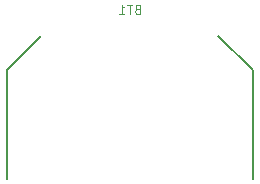
<source format=gbr>
G04 #@! TF.GenerationSoftware,KiCad,Pcbnew,5.1.0-unknown-567bdd9~82~ubuntu18.10.1*
G04 #@! TF.CreationDate,2019-04-01T09:59:20+02:00*
G04 #@! TF.ProjectId,weather,77656174-6865-4722-9e6b-696361645f70,1.2*
G04 #@! TF.SameCoordinates,Original*
G04 #@! TF.FileFunction,Legend,Bot*
G04 #@! TF.FilePolarity,Positive*
%FSLAX46Y46*%
G04 Gerber Fmt 4.6, Leading zero omitted, Abs format (unit mm)*
G04 Created by KiCad (PCBNEW 5.1.0-unknown-567bdd9~82~ubuntu18.10.1) date 2019-04-01 09:59:20*
%MOMM*%
%LPD*%
G04 APERTURE LIST*
%ADD10C,0.150000*%
%ADD11C,0.100000*%
G04 APERTURE END LIST*
D10*
X101770000Y-80800000D02*
X101770000Y-71600000D01*
X101770000Y-71600000D02*
X104670000Y-68700000D01*
X122570000Y-80800000D02*
X122570000Y-71600000D01*
X119670000Y-68700000D02*
X122570000Y-71600000D01*
D11*
X112798571Y-66442857D02*
X112684285Y-66480952D01*
X112646190Y-66519047D01*
X112608095Y-66595238D01*
X112608095Y-66709523D01*
X112646190Y-66785714D01*
X112684285Y-66823809D01*
X112760476Y-66861904D01*
X113065238Y-66861904D01*
X113065238Y-66061904D01*
X112798571Y-66061904D01*
X112722380Y-66100000D01*
X112684285Y-66138095D01*
X112646190Y-66214285D01*
X112646190Y-66290476D01*
X112684285Y-66366666D01*
X112722380Y-66404761D01*
X112798571Y-66442857D01*
X113065238Y-66442857D01*
X112379523Y-66061904D02*
X111922380Y-66061904D01*
X112150952Y-66861904D02*
X112150952Y-66061904D01*
X111236666Y-66861904D02*
X111693809Y-66861904D01*
X111465238Y-66861904D02*
X111465238Y-66061904D01*
X111541428Y-66176190D01*
X111617619Y-66252380D01*
X111693809Y-66290476D01*
M02*

</source>
